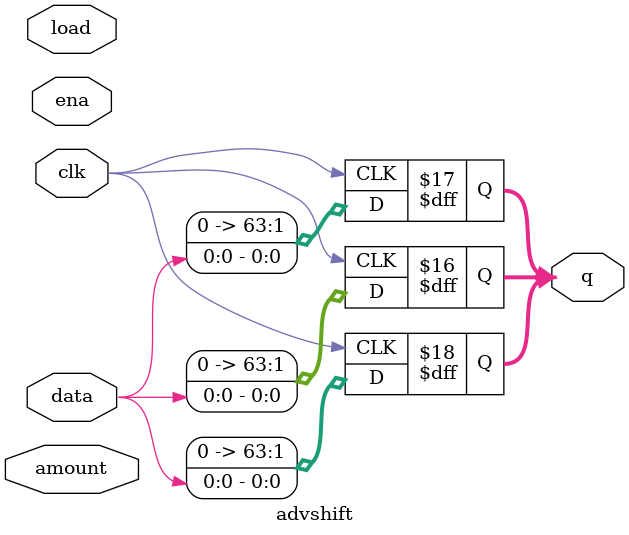
<source format=v>
module advshift(input clk,
input load,
input ena,
input [1:0] amount,
input [63:0] data,
output reg [63:0] q); 
// when load is high, assign data[63:0] to shift register q.
// if ena is high, shift q.
// amount: Chooses which direction and how much to shift.
// 2'b00: shift left by 1 bit.
// 2'b01: shift left by 8 bits.
// 2'b10: shift right by 1 bit.
// 2'b11: shift right by 8 bits.


// left shift by 1 bit
always @(posedge clk)
  if (ena)
    q <= {63'b0, data[63'b0] << 1'b0};
  else
    q <= {63'b0, data[63'b0]};

// right shift by 1 bit
always @(posedge clk)
  if (ena)
    q <= {63'b0, data[63'b0] >> 1'b0};
  else
    q <= {63'b0, data[63'b0]};

// left shift by 8 bits
always @(posedge clk)
  if (ena)
    q <= {63'b0, data[63'b0] << 8'b0};
  else
    q <= {63'b0, data[63'b0]};endmodule

</source>
